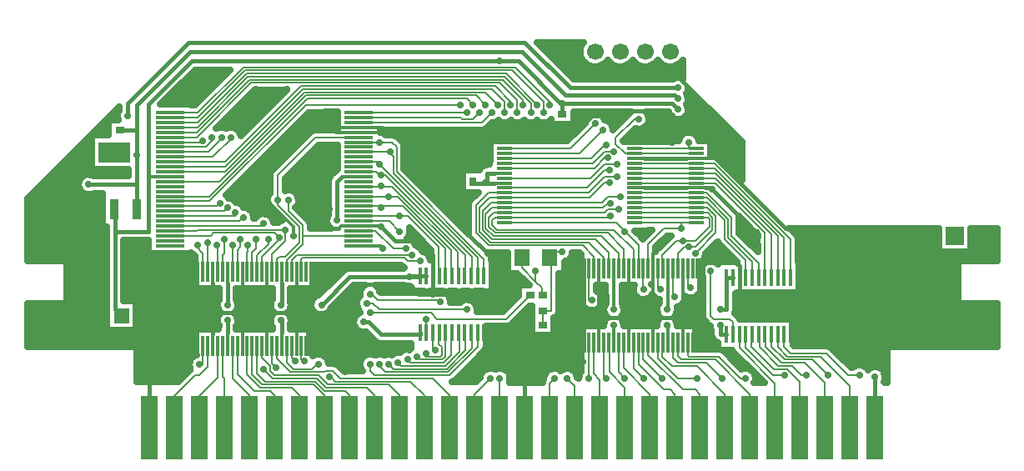
<source format=gbr>
G04 DipTrace 2.4.0.2*
%INTop.gbr*%
%MOIN*%
%ADD13C,0.0059*%
%ADD14C,0.0157*%
%ADD15C,0.0118*%
%ADD17C,0.025*%
%ADD19R,0.0748X0.0748*%
%ADD20C,0.0669*%
%ADD21R,0.0787X0.1575*%
%ADD22R,0.0354X0.0276*%
%ADD23R,0.063X0.063*%
%ADD24C,0.063*%
%ADD25R,0.0276X0.0354*%
%ADD26R,0.063X0.0709*%
%ADD27R,0.0709X0.2559*%
%ADD29R,0.063X0.0118*%
%ADD31R,0.0374X0.0846*%
%ADD32R,0.128X0.0846*%
%ADD33R,0.1181X0.0118*%
%ADD35R,0.0118X0.0787*%
%ADD36R,0.0157X0.0709*%
%ADD37C,0.0276*%
%FSLAX44Y44*%
G04*
G70*
G90*
G75*
G01*
%LNTop*%
%LPD*%
X7780Y14126D2*
D14*
X7812D1*
Y13250D1*
Y10125D1*
X8062Y9875D1*
X32002Y10125D2*
X32252D1*
Y11409D1*
X32508D1*
X16063Y10313D2*
X17188Y11438D1*
X19564D1*
X19968D1*
X20001Y11471D1*
X19564Y11438D2*
X19597Y11471D1*
X20257D1*
X16688Y13688D2*
Y15251D1*
X16878Y15440D1*
D15*
X17559D1*
X18501Y12563D2*
D14*
Y12625D1*
D15*
X18442Y12685D1*
X17559D1*
X10000Y15440D2*
X9152D1*
D14*
Y13250D1*
X7812D1*
X14471Y11640D2*
D15*
Y11167D1*
D14*
Y10346D1*
X14438Y10313D1*
X12306Y11640D2*
D15*
Y11167D1*
D14*
X12313D1*
Y10313D1*
X29911Y11765D2*
D15*
Y10159D1*
D14*
X29877Y10125D1*
X27745Y11765D2*
D15*
X27752Y10125D1*
X23377Y15185D2*
X22983D1*
D14*
X22689D1*
X22192D1*
X22126Y15251D1*
X23377Y15579D2*
D15*
X22983D1*
D14*
X22689D1*
Y15185D1*
X22626Y15188D2*
X22689Y15185D1*
X9152Y15440D2*
Y18340D1*
X10875Y20064D1*
X23461D1*
X23939D1*
X25627Y18376D1*
X25689D1*
X30065D1*
X30315Y18126D1*
X23189Y20064D2*
X23461D1*
X25689Y17939D2*
Y18376D1*
X8000Y17313D2*
X8686D1*
Y18314D1*
Y16566D1*
Y15126D1*
Y14126D1*
Y15126D2*
X6750D1*
X14471Y8687D2*
D15*
Y9206D1*
D14*
Y9655D1*
X14438Y9688D1*
X12306Y8687D2*
D15*
Y9206D1*
D14*
Y9681D1*
X12313Y9688D1*
X29911Y8813D2*
D15*
Y9466D1*
D14*
X29877Y9500D1*
X27745Y8813D2*
D15*
Y9494D1*
X27752Y9500D1*
X38187Y7437D2*
D14*
Y5400D1*
X38186Y5399D1*
X32002Y9500D2*
Y9125D1*
X32252D1*
X17751Y9625D2*
X17938D1*
X18439Y9125D1*
X20001D1*
Y9188D1*
X8686Y18314D2*
X10811Y20439D1*
X24064D1*
X25814Y18689D1*
X30190D1*
X30315Y18564D1*
X8688Y16313D2*
X8686Y16566D1*
X8312Y17876D2*
Y18376D1*
X10750Y20814D1*
X24189D1*
X26002Y19001D1*
X30315D1*
X26186Y5399D2*
D13*
Y7065D1*
X25877Y7375D1*
X14274Y11640D2*
Y12149D1*
X14376Y12250D1*
X14626D1*
X15188Y12813D1*
Y13438D1*
X14313Y14313D1*
Y14501D1*
Y15501D1*
X15813Y17001D1*
X17544D1*
X17559Y17015D1*
X14313Y14501D2*
D3*
X21186Y5399D2*
Y6690D1*
X20501Y7375D1*
X16813D1*
X16501Y7687D1*
X16251D1*
X16188Y7625D1*
X14813D1*
X14274Y8164D1*
Y8687D1*
X11912Y11640D2*
Y12651D1*
X11875Y12688D1*
X10000Y16425D2*
X11549D1*
X12125Y17001D1*
X12063D1*
X11186Y5399D2*
Y6686D1*
X11912Y7412D1*
Y8687D1*
X11518Y11640D2*
Y12813D1*
X11500D1*
X10000Y16622D2*
X11434D1*
X11688Y16876D1*
Y17001D1*
X10186Y5399D2*
Y6686D1*
X11000Y7500D1*
X11188D1*
X11518Y7831D1*
Y8687D1*
X11322Y11640D2*
Y12367D1*
X11063Y12625D1*
Y12688D1*
X11125D1*
X10000Y16818D2*
X11255D1*
X11313Y16876D1*
X11188Y7937D2*
X11322D1*
Y8687D1*
X14668Y11640D2*
Y12105D1*
X15313Y12750D1*
Y13063D1*
X17544D1*
X17559Y13078D1*
X15313Y13063D2*
Y13501D1*
X14751Y14063D1*
Y14501D1*
X14865Y8687D2*
Y8198D1*
X15001Y8062D1*
X14865Y11640D2*
Y12115D1*
X15063Y12313D1*
X19689D1*
X10000Y17015D2*
X11077D1*
X13250Y19189D1*
X23189D1*
X23877Y18501D1*
Y18001D1*
X15259Y8687D2*
Y8125D1*
X15313D1*
X15376Y8062D1*
X15259Y11640D2*
Y12133D1*
X15313Y12188D1*
X19376D1*
X19501Y12063D1*
X20001D1*
X10000Y17212D2*
X11086D1*
X13188Y19314D1*
X23314D1*
X24127Y18501D1*
Y18314D1*
X10000Y17409D2*
X11096D1*
X13125Y19439D1*
X23377D1*
X24439Y18376D1*
Y18001D1*
X20186Y5399D2*
Y6690D1*
X19626Y7250D1*
X16626D1*
X16438Y7437D1*
X16376D1*
X15938Y7937D2*
X15876D1*
X15688Y7750D1*
X14938D1*
X14668Y8020D1*
Y8687D1*
X10000Y17606D2*
X11105D1*
X13063Y19564D1*
X23439D1*
X24689Y18314D1*
X17559Y17606D2*
X22481D1*
X22876Y18001D1*
X10000Y14456D2*
X11581D1*
X15438Y18314D1*
X21626D1*
X10000Y14653D2*
X11590D1*
X15501Y18564D1*
X21876D1*
X22126Y18314D1*
X10000Y16031D2*
X12218D1*
X15251Y19064D1*
X23002D1*
X23627Y18439D1*
Y18314D1*
X10000Y15834D2*
X12209D1*
X15313Y18939D1*
X22876D1*
X23377Y18439D1*
Y18001D1*
X10000Y15244D2*
X11993D1*
X15438Y18689D1*
X22251D1*
X22626Y18314D1*
X13684Y11640D2*
Y12246D1*
X14376Y12938D1*
Y13000D1*
X14188Y13188D1*
X11750D1*
X11641Y13078D1*
X10000D1*
Y17803D2*
X11114D1*
X13000Y19689D1*
X23689D1*
X24939Y18439D1*
Y18001D1*
X10000Y18000D2*
X11124D1*
X12938Y19814D1*
X23814D1*
X25189Y18439D1*
Y18314D1*
X17559Y18000D2*
X21876D1*
Y18001D1*
X19186Y5399D2*
Y6689D1*
X18751Y7125D1*
X16313D1*
X15938Y7500D1*
X14188D1*
X14001Y7687D1*
Y7875D1*
X13684Y8192D1*
Y8687D1*
X17559Y17803D2*
X21637D1*
X21689Y17751D1*
X22126D1*
X22376Y18001D1*
X14077Y11640D2*
Y12327D1*
X14626Y12875D1*
Y13313D1*
X11125D1*
X11087Y13275D1*
X10000D1*
X18186Y5399D2*
Y6689D1*
X17876Y7000D1*
X16251D1*
X15876Y7375D1*
X14126D1*
X13751Y7750D1*
X14251Y7812D2*
X14077Y7986D1*
Y8687D1*
X13487Y11640D2*
Y12299D1*
X13938Y12750D1*
Y12938D1*
X10000Y13472D2*
X13659D1*
X13751Y13563D1*
X17186Y5399D2*
Y6689D1*
X17001Y6875D1*
X16188D1*
X15813Y7250D1*
X13813D1*
X13487Y7576D1*
Y8687D1*
X13290Y11640D2*
Y12415D1*
X13438Y12563D1*
Y12938D1*
X10000Y13669D2*
X12794D1*
X12938Y13813D1*
X16186Y5399D2*
Y5756D1*
X16068Y5875D1*
X16187D1*
Y6688D1*
X15751Y7125D1*
X13688D1*
X13290Y7523D1*
Y8687D1*
X13093Y11640D2*
Y12406D1*
X13125Y12438D1*
Y12688D1*
X10000Y13866D2*
X12625D1*
Y14001D1*
X15186Y5399D2*
Y6689D1*
X14876Y7000D1*
X13626D1*
X13093Y7532D1*
Y8687D1*
X12700Y11640D2*
Y12512D1*
X12813Y12625D1*
Y12938D1*
X10000Y14063D2*
X12187D1*
X12313Y14188D1*
X14186Y5399D2*
Y6689D1*
X14001Y6875D1*
X13375D1*
X12700Y7551D1*
Y8687D1*
X12503Y11640D2*
X12500Y12688D1*
X10000Y14259D2*
X11884D1*
X12000Y14376D1*
X13186Y5399D2*
Y6689D1*
X12503Y7373D1*
Y8687D1*
X12109Y11640D2*
Y12296D1*
X12188Y12375D1*
Y12938D1*
X10000Y16228D2*
X11727D1*
X12500Y17001D1*
X12438D1*
X12186Y5399D2*
Y7376D1*
X12109Y7454D1*
Y8687D1*
X17559Y13866D2*
X19189D1*
X19511D1*
X20751Y12625D1*
Y11489D1*
X20769Y11471D1*
X19189Y13876D2*
Y13866D1*
X20513Y9188D2*
X20501D1*
Y8562D1*
X20689D1*
X20626Y8500D1*
X17559Y14259D2*
X18439D1*
X19305D1*
X21001Y12563D1*
Y11495D1*
X21025Y11471D1*
X18439Y14188D2*
Y14259D1*
X20769Y9188D2*
X20751D1*
Y8750D1*
X20876Y8625D1*
Y8312D1*
X20814Y8250D1*
X20251D1*
Y8375D1*
X17559Y14653D2*
X18751D1*
X19099D1*
X21251Y12500D1*
Y11500D1*
X21281Y11471D1*
X18753Y14642D2*
Y14653D1*
X21025Y9188D2*
X21001D1*
Y8250D1*
X20876Y8125D1*
X20001D1*
X19876Y8250D1*
X17559Y15047D2*
X18439D1*
X18892D1*
X21501Y12438D1*
Y11436D1*
X21537Y11471D1*
X18439Y15063D2*
Y15047D1*
X21281Y9188D2*
X21251D1*
Y8312D1*
X20939Y8000D1*
X19626D1*
X19501Y8125D1*
X18439Y15501D2*
X18376D1*
X18239Y15637D1*
X17559D1*
X18439Y15501D2*
X18626D1*
X21814Y12313D1*
Y11492D1*
X21793Y11471D1*
X21537Y9188D2*
X21564D1*
Y8437D1*
X21001Y7875D1*
X19251D1*
X19126Y8000D1*
X17559Y16031D2*
X18376D1*
X18283D1*
X22064Y12250D1*
Y11456D1*
X22048Y11471D1*
X18376Y15938D2*
Y16031D1*
X21793Y9188D2*
X21814D1*
Y8500D1*
X21064Y7750D1*
X18939D1*
X18751Y7937D1*
X17559Y16425D2*
X18765D1*
X18939Y16251D1*
Y15563D1*
X22314Y12188D1*
Y11481D1*
X22304Y11471D1*
X18814Y16438D2*
X18800Y16425D1*
X18765D1*
X22048Y9188D2*
X22064D1*
Y8562D1*
X21126Y7625D1*
X18626D1*
X18376Y7875D1*
Y7937D1*
X17559Y16818D2*
X18871D1*
X19064Y16626D1*
Y15626D1*
X22560Y12129D1*
Y11471D1*
X18376Y16813D2*
X18871Y16818D1*
X22304Y9188D2*
X22314D1*
Y8625D1*
X21189Y7500D1*
X18189D1*
X18001Y7687D1*
Y7937D1*
X22186Y5399D2*
Y6747D1*
X22814Y7375D1*
X17559Y13275D2*
X18226D1*
X18939Y12563D1*
X19439D1*
X17559Y13669D2*
X18770D1*
X19189Y13250D1*
X20257Y9188D2*
Y9744D1*
X20251Y9750D1*
X10000Y15637D2*
X12199D1*
X15376Y18814D1*
X22626D1*
X23127Y18314D1*
X15652Y11640D2*
D15*
Y10000D1*
X16501D1*
D14*
X17220Y10719D1*
X17626Y11125D1*
X19564D1*
X19939Y10750D1*
X20513D1*
X21376D1*
X22816D1*
Y11471D1*
X15652Y10000D2*
X15062D1*
X13881D1*
X12896D1*
X11125D1*
Y10250D1*
X9186D1*
Y5399D1*
X12896Y11640D2*
D15*
Y10000D1*
Y8687D2*
Y10000D1*
X11125Y11640D2*
Y10250D1*
Y8687D2*
Y10000D1*
X6875Y14126D2*
D14*
Y10063D1*
X7062Y9875D1*
X24400Y10063D2*
X24377D1*
Y9500D1*
Y9188D1*
Y8500D1*
X24186Y8310D1*
Y5399D1*
X30895Y8813D2*
D13*
X31092D1*
X28336Y11765D2*
D15*
Y9813D1*
Y8813D1*
X30501Y11765D2*
Y10500D1*
Y9813D1*
Y8813D1*
X13881Y8687D2*
Y10000D1*
X15062Y8687D2*
Y10000D1*
X29320Y11765D2*
Y11125D1*
Y9813D1*
Y8813D1*
X15062Y11640D2*
Y10000D1*
X24400Y9500D2*
D14*
X24377D1*
X26564Y11765D2*
D15*
Y9875D1*
Y9813D1*
Y8813D1*
X22560Y9188D2*
D14*
X22816D1*
X32764Y11409D2*
Y10313D1*
X34812D1*
X35067D1*
Y11409D1*
X34812Y9125D2*
Y10313D1*
X35067D2*
Y9125D1*
X15652Y8687D2*
D15*
X15455D1*
X13881Y11640D2*
Y10000D1*
X20513Y11471D2*
D14*
Y10750D1*
X18439Y13438D2*
X18405Y13472D1*
D15*
X17559D1*
X20513Y10762D2*
D14*
X20501Y10750D1*
X17559Y17409D2*
D15*
X18501D1*
Y17313D1*
Y17212D1*
X17559D1*
X22816Y9188D2*
D14*
X24377D1*
X27155Y11765D2*
D15*
Y9813D1*
Y8813D1*
X24377Y8500D2*
D14*
X25189D1*
X26564Y9875D1*
Y9813D2*
X27155D1*
X28336D1*
X29320D1*
X30501D1*
X31034Y14989D2*
D15*
X30640D1*
D14*
X28967D1*
D15*
X28573D1*
X31034Y16170D2*
X30640D1*
D14*
X28967D1*
D15*
X28573D1*
X31034Y14989D2*
X31428D1*
D14*
X31640D1*
X31690Y14938D1*
X26564Y11765D2*
D15*
X26427D1*
D14*
X26392D1*
X26314Y11688D1*
X22816Y11471D2*
Y12128D1*
X22876Y12188D1*
X18501Y17313D2*
X19689D1*
X19939Y17063D1*
X31690Y16251D2*
D15*
Y16170D1*
X31034D1*
X37363Y12543D2*
D14*
X36585D1*
X36565Y12563D1*
X37363Y12543D2*
X38108D1*
X38128Y12563D1*
X17559Y13472D2*
D15*
X16847D1*
X16751Y13375D1*
D14*
X15751D1*
X18439Y13438D2*
X19001Y12875D1*
X19939D1*
X20501Y12313D1*
Y11483D1*
X20513Y11471D1*
X27127Y9813D2*
D15*
X27155D1*
X22876Y12188D2*
D14*
X21814Y13250D1*
Y14313D1*
X21564Y14563D1*
Y15563D1*
X30627Y10500D2*
D15*
X30501D1*
X29252Y11125D2*
X29320D1*
X30065Y16813D2*
D14*
X28127D1*
Y16876D1*
X11715Y11640D2*
D15*
Y11167D1*
D14*
Y10500D1*
Y9403D1*
X11688Y9375D1*
X29320Y11765D2*
D15*
Y12381D1*
D14*
X29940Y13000D1*
X11715Y8687D2*
D15*
Y9159D1*
D14*
Y9410D1*
X11688Y9383D2*
Y9375D1*
X21376Y10813D2*
Y10750D1*
X21564Y16876D2*
X25877D1*
X26877Y17876D1*
X28190D1*
X28377Y18063D1*
X29065D1*
X29252Y17876D1*
Y17251D1*
X28877Y16876D1*
X28127D1*
X30440Y19751D2*
Y19314D1*
X30752Y19001D1*
Y17813D1*
X30565Y17626D1*
X30315D1*
X30065Y17876D1*
X32764Y11409D2*
Y11864D1*
X32628Y12000D1*
X31440D1*
X31315Y11875D1*
Y11438D1*
X31690Y16251D2*
X31752D1*
X34628Y13375D1*
X34753D1*
X17559Y17409D2*
D15*
X16447D1*
X15346D1*
X13688Y15751D1*
Y14688D1*
X14938Y13438D1*
Y13063D1*
X31690Y14938D2*
D14*
X33315Y13313D1*
Y13070D1*
X33308Y13063D1*
X17063Y10563D2*
X17220Y10719D1*
X11688Y10500D2*
X11715D1*
X17559Y17212D2*
D15*
X16644D1*
X16447Y17409D1*
X23186Y5399D2*
D13*
X23189Y7375D1*
X24911Y10688D2*
X24877D1*
Y11000D1*
X24627Y11250D1*
X24087Y11790D1*
Y12188D1*
X24627Y11675D2*
Y11250D1*
X18001Y10000D2*
X20439D1*
X20689Y9750D1*
X23439D1*
X24400Y10711D1*
Y10688D1*
X26761Y11765D2*
X26752D1*
Y10500D1*
X26877D1*
X26752Y7375D2*
Y8822D1*
X26761Y8813D1*
X25186Y5399D2*
Y7185D1*
X25377Y7375D1*
X31034Y16563D2*
X30704D1*
X28573D1*
X31614Y11661D2*
Y9864D1*
X31732Y9746D1*
X32390D1*
X32508Y9628D1*
Y9125D1*
X30752Y16813D2*
Y16612D1*
X30704Y16563D1*
X23377Y15776D2*
X26965D1*
X27377Y16188D1*
X27502D1*
X31034Y14004D2*
X31499D1*
X31690Y13813D1*
Y13313D1*
X31002Y12625D1*
X30565D1*
X30315Y12375D1*
Y11776D1*
X30305Y11765D1*
X31034Y14004D2*
X28573D1*
X30752Y12625D2*
X31002D1*
X33186Y5399D2*
Y6753D1*
X31815Y8125D1*
X30440D1*
X30305Y8260D1*
Y8813D1*
X29690Y7375D2*
X28927Y8138D1*
Y8813D1*
Y11765D2*
Y10951D1*
X28940Y10938D1*
X23377Y16563D2*
X26002D1*
X27002Y17563D1*
X31065Y7375D2*
X30315D1*
X29517Y8173D1*
Y8813D1*
Y11765D2*
Y11048D1*
X29627Y10938D1*
X23377Y16366D2*
X26368D1*
X27314Y17313D1*
X32065Y7375D2*
X31440Y8000D1*
X30315D1*
X30108Y8207D1*
Y8813D1*
Y11765D2*
Y10707D1*
X30190Y10625D1*
X23377Y16170D2*
X26858D1*
X27377Y16688D1*
X27439D1*
X31034Y13807D2*
X31508D1*
X31565Y13751D1*
Y13438D1*
X31002Y12875D1*
X30627D1*
X30252D1*
X29690Y12313D1*
Y11790D1*
X29714Y11765D1*
X31034Y13807D2*
X28573D1*
X30502Y12875D2*
X30627D1*
X33003Y7375D2*
X32815D1*
X31940Y8250D1*
X30752D1*
X30698Y8304D1*
Y8813D1*
Y11765D2*
Y11117D1*
X30815Y11000D1*
X23377Y15973D2*
X26911D1*
X27377Y16438D1*
X27752D1*
X23377Y15382D2*
X26821D1*
X27377Y15938D1*
X27877D1*
X23377Y14989D2*
X26677D1*
X27377Y15688D1*
X27564D1*
X32186Y5399D2*
Y6753D1*
X31065Y7875D1*
X30065D1*
X29690Y8250D1*
Y8813D1*
X29714D1*
X31034Y16366D2*
X28573D1*
X28199D1*
X27815Y16751D1*
Y17001D1*
X28565Y17751D1*
X28752D1*
X28573Y14201D2*
X31034D1*
X31002Y12375D2*
X31815Y13188D1*
Y13876D1*
X31489Y14201D1*
X31034D1*
Y13611D2*
X30440D1*
Y13375D1*
X29752D1*
X29127Y12750D1*
Y11769D1*
X29123Y11765D1*
X31034Y13611D2*
X28573D1*
X30440Y13375D2*
D3*
X31186Y5399D2*
Y6753D1*
X30998Y6942D1*
X30498D1*
X29123Y8316D1*
Y8813D1*
X28730Y11765D2*
Y12710D1*
X28377Y13063D1*
X27829Y13611D1*
X23377D1*
X28190Y13250D2*
X28377Y13063D1*
X30186Y5399D2*
Y6753D1*
X30002Y6937D1*
X29752D1*
X28752Y7937D1*
Y8813D1*
X28730D1*
X28139Y11765D2*
Y12551D1*
X27502Y13188D1*
X23002D1*
X22751Y13438D1*
Y13813D1*
X22943Y14004D1*
X23377D1*
X27381D1*
X27502Y14126D1*
X27940D1*
X29186Y5399D2*
Y6753D1*
X28139Y7800D1*
Y8813D1*
X27549Y11765D2*
Y12391D1*
X27002Y12938D1*
X22876D1*
X22501Y13313D1*
Y14063D1*
X22836Y14398D1*
X23377D1*
X27274D1*
X27502Y14626D1*
X28002D1*
X28186Y5399D2*
Y7003D1*
X27564Y7625D1*
Y8813D1*
X27549D1*
X26958Y11765D2*
Y12232D1*
X26502Y12688D1*
X22751D1*
X22251Y13188D1*
Y14313D1*
X22751Y14813D1*
X23398D1*
X23377Y14792D1*
X26730D1*
X27377Y15438D1*
X27877D1*
X27186Y5399D2*
Y7315D1*
X26939Y7562D1*
Y8813D1*
X26958D1*
X27352Y11765D2*
Y12213D1*
X26752Y12813D1*
X22814D1*
X22376Y13250D1*
Y14188D1*
X22783Y14595D1*
X23377D1*
X26784D1*
X27377Y15188D1*
X27564D1*
X27439Y7375D2*
X27352D1*
Y8813D1*
X27942Y11765D2*
Y12373D1*
X27252Y13063D1*
X22939D1*
X22626Y13375D1*
Y13938D1*
X22890Y14201D1*
X23377D1*
X27328D1*
X27502Y14376D1*
X27627D1*
X28190Y7375D2*
X27942Y7622D1*
Y8813D1*
X28533Y11765D2*
Y12532D1*
X27752Y13313D1*
X23064D1*
X22876Y13501D1*
Y13688D1*
X22996Y13807D1*
X23377D1*
X27559D1*
X27627Y13876D1*
X28940Y7375D2*
X28533Y7782D1*
Y8813D1*
X31034Y14398D2*
X31480D1*
X32190Y13688D1*
Y12938D1*
X33020Y12108D1*
Y11409D1*
X31034Y14398D2*
X28573D1*
X32764Y9125D2*
Y8613D1*
X34190Y7187D1*
Y5403D1*
X34186Y5399D1*
X31034Y14792D2*
X31461D1*
X32440Y13813D1*
Y13063D1*
X33532Y11971D1*
Y11409D1*
X31034Y14792D2*
X28573D1*
X33276Y9125D2*
X33253D1*
Y8625D1*
X34131Y7746D1*
X34694D1*
X35186Y7254D1*
Y5399D1*
X31034Y15382D2*
X31808D1*
X34044Y13147D1*
Y11409D1*
X31034Y15382D2*
X28573D1*
X33788Y9125D2*
X33815D1*
Y8625D1*
X34440Y8000D1*
X35378D1*
X36186Y7191D1*
Y5399D1*
X31034Y15776D2*
X31790D1*
X34556Y13010D1*
Y11409D1*
X31034Y15776D2*
X28573D1*
X37186Y5399D2*
Y7066D1*
X36003Y8250D1*
X34690D1*
X34300Y8640D1*
Y9125D1*
X31034Y15973D2*
X31780D1*
X34812Y12942D1*
Y11409D1*
X31034Y15973D2*
X28573D1*
X37566Y7500D2*
X37128D1*
X36253Y8375D1*
X34815D1*
X34556Y8635D1*
Y9125D1*
X31034Y15579D2*
X31799D1*
X34300Y13078D1*
Y11409D1*
X31034Y15579D2*
X28573D1*
X34044Y9125D2*
Y8646D1*
X34565Y8125D1*
X35690D1*
X36315Y7500D1*
X31034Y15185D2*
X31818D1*
X33788Y13215D1*
Y11409D1*
X31034Y15185D2*
X28573D1*
X33532Y9125D2*
X33565D1*
Y8625D1*
X34315Y7875D1*
X34878D1*
X35253Y7500D1*
X35440D1*
X31034Y14595D2*
X31471D1*
X32315Y13751D1*
Y13000D1*
X33276Y12039D1*
Y11409D1*
X31034Y14595D2*
X28573D1*
X33020Y9125D2*
Y8607D1*
X34128Y7500D1*
X34565D1*
X24911Y10063D2*
Y10090D1*
X24939Y10063D1*
X25252D1*
Y12188D1*
X25189D1*
Y12438D1*
X25689D1*
X24911Y9500D2*
Y10063D1*
X18001Y10750D2*
X18063D1*
X18314Y10500D1*
X20751D1*
X20814Y10438D1*
X17876Y10375D2*
X18126D1*
X18376Y10125D1*
X21876D1*
D37*
X25689Y12438D3*
X11188Y7937D3*
X38187Y7437D3*
X6750Y15126D3*
X12313Y10313D3*
X14438D3*
X12313Y9688D3*
X14438D3*
X27752Y9500D3*
Y10125D3*
X29877D3*
Y9500D3*
X27439Y7375D3*
X28190D3*
X28940D3*
X19876Y8250D3*
X19439Y12563D3*
X14751Y14501D3*
X18001Y10750D3*
X19189Y13250D3*
X19689Y12313D3*
X25689Y18376D3*
X21876Y10125D3*
X17876Y10375D3*
X20814Y10438D3*
X19189Y13876D3*
X18439Y14188D3*
X18753Y14642D3*
X18439Y15063D3*
Y15501D3*
X18376Y15938D3*
X11500Y12813D3*
X11875Y12688D3*
X12188Y12938D3*
X12500Y12688D3*
X12313Y14188D3*
X13125Y12688D3*
X13438Y12938D3*
X13938D3*
X14376Y13000D3*
X14626Y13313D3*
X20501Y10750D3*
X13751Y13563D3*
X12938Y13813D3*
X12813Y12938D3*
X11125Y12688D3*
X12625Y14001D3*
X12000Y14376D3*
X12438Y17001D3*
X12063D3*
X11688D3*
X11313Y16876D3*
X16063Y10313D3*
X17751Y9625D3*
X16376Y7437D3*
X15938Y7937D3*
X18814Y16438D3*
X32002Y9500D3*
X34565Y7500D3*
X35440D3*
X36315D3*
X37566D3*
X18376Y16813D3*
X23877Y18001D3*
X24127Y18314D3*
X14313Y14501D3*
X26877Y10500D3*
X28940Y10938D3*
X13751Y7750D3*
X14251Y7812D3*
X20251Y9750D3*
X15001Y14188D3*
X8312Y17876D3*
X20001Y12063D3*
X19564Y11438D3*
X16688Y13688D3*
X29627Y10938D3*
X30190Y10625D3*
X24627Y11675D3*
X30815Y11000D3*
X31002Y12375D3*
X30752Y12625D3*
X30502Y12875D3*
X30440Y13375D3*
X28190Y13250D3*
X18501Y12563D3*
X26503Y8033D3*
X26752Y7375D3*
X29690D3*
X31065D3*
X32065D3*
X33003D3*
X21626Y18314D3*
X22126D3*
X22626D3*
X27627Y13876D3*
X27940Y14126D3*
X27627Y14376D3*
X28002Y14626D3*
X27564Y15188D3*
X27877Y15438D3*
X18001Y10000D3*
X15001Y8062D3*
X15376D3*
X24689Y18314D3*
X24439Y18001D3*
X27564Y15688D3*
X27877Y15938D3*
X24939Y18001D3*
X25189Y18314D3*
X27502Y16188D3*
X27752Y16438D3*
X27439Y16688D3*
X23377Y18001D3*
X23627Y18314D3*
X23127D3*
X8688Y16313D3*
X27314Y17313D3*
X32002Y10125D3*
X27002Y17563D3*
X31690Y14938D3*
X10375Y18439D3*
X28752Y17751D3*
X29940Y13000D3*
X26314Y11688D3*
X22814Y7375D3*
X23189D3*
X25377D3*
X25877D3*
X22626Y15188D3*
X21564Y15563D3*
X21376Y10813D3*
X22876Y12188D3*
X19939Y17063D3*
X21564Y16876D3*
X23627Y10375D3*
X43004Y8688D3*
X31690Y16251D3*
X36565Y12563D3*
X38128D3*
X19501Y10875D3*
X23189Y20064D3*
X30315Y18126D3*
Y18564D3*
Y19001D3*
X15751Y13375D3*
X21376Y7250D3*
X21939Y7625D3*
X22376Y18001D3*
X22876D3*
X21876D3*
X35190Y8875D3*
X37316Y7937D3*
X32725Y8090D3*
X31287Y8834D3*
X27127Y9813D3*
X25803Y9919D3*
X17938Y8437D3*
X30065Y16813D3*
X15938Y8375D3*
X18439Y13438D3*
X17001Y7625D3*
X17126Y9125D3*
X15688Y9375D3*
X11688D3*
X9750Y7375D3*
X8750D3*
X17063Y10563D3*
X13375Y10500D3*
X15251D3*
X7187Y13375D3*
X31315Y11438D3*
X30627Y10500D3*
X29252Y11125D3*
X28127Y16876D3*
X11438Y19501D3*
X16376Y14126D3*
X9750Y12125D3*
X13375Y9375D3*
X13438Y18939D3*
X28815Y13125D3*
X23689Y7375D3*
X24439D3*
X4375Y14563D3*
Y8688D3*
X6500D3*
X6562Y16688D3*
X30440Y19751D3*
X40316Y12875D3*
X30065Y17876D3*
X43004Y13313D3*
X7937Y18063D3*
X34753Y13375D3*
X8750Y8312D3*
X9625Y9375D3*
X11063Y8312D3*
X11688Y10500D3*
X29002Y19376D3*
X29752D3*
X31752Y12688D3*
X8250Y12813D3*
X10438Y7375D3*
X38628Y7250D3*
X4375Y10313D3*
Y12125D3*
X43004D3*
Y10313D3*
X14938Y13063D3*
X14688Y18939D3*
X32753Y9938D3*
X19501Y8125D3*
X19126Y8000D3*
X18751Y7937D3*
X18376D3*
X18001D3*
X20626Y8500D3*
X20251Y8375D3*
X31614Y11661D3*
X30752Y16813D3*
X24948Y20565D2*
D17*
X26391D1*
X25198Y20316D2*
X26391D1*
X25444Y20068D2*
X26508D1*
X25694Y19819D2*
X30476D1*
X10894Y19570D2*
X12254D1*
X25944D2*
X30476D1*
X10644Y19322D2*
X12004D1*
X10394Y19073D2*
X11758D1*
X10148Y18824D2*
X11508D1*
X13327D2*
X14570D1*
X30702D2*
X30851D1*
X9898Y18576D2*
X11258D1*
X13077D2*
X14320D1*
X30741D2*
X31101D1*
X9648Y18327D2*
X11012D1*
X12831D2*
X14074D1*
X30691D2*
X31351D1*
X12581Y18078D2*
X13824D1*
X30741D2*
X31598D1*
X7593Y17830D2*
X7887D1*
X12331D2*
X13574D1*
X15394D2*
X16680D1*
X26155D2*
X26676D1*
X27327D2*
X28203D1*
X29171D2*
X30016D1*
X30612D2*
X31848D1*
X7343Y17581D2*
X7533D1*
X12085D2*
X13328D1*
X15148D2*
X16680D1*
X22898D2*
X25223D1*
X26155D2*
X26574D1*
X27640D2*
X27953D1*
X29144D2*
X32098D1*
X7097Y17332D2*
X7531D1*
X12691D2*
X13078D1*
X14898D2*
X16680D1*
X22616D2*
X26328D1*
X28585D2*
X32344D1*
X14648Y17083D2*
X15453D1*
X19023D2*
X26082D1*
X28339D2*
X30430D1*
X31077D2*
X32594D1*
X6597Y16835D2*
X6851D1*
X14401D2*
X15207D1*
X19296D2*
X22773D1*
X31640D2*
X32844D1*
X6351Y16586D2*
X6851D1*
X14151D2*
X14957D1*
X15839D2*
X16680D1*
X19382D2*
X22773D1*
X31640D2*
X32851D1*
X6101Y16337D2*
X6851D1*
X13901D2*
X14707D1*
X15593D2*
X16680D1*
X19382D2*
X22773D1*
X31640D2*
X32851D1*
X5851Y16089D2*
X6851D1*
X13655D2*
X14461D1*
X15343D2*
X16680D1*
X19382D2*
X22773D1*
X32105D2*
X32851D1*
X5605Y15840D2*
X6851D1*
X13405D2*
X14211D1*
X15093D2*
X16680D1*
X19382D2*
X22441D1*
X32355D2*
X32851D1*
X5355Y15591D2*
X8316D1*
X13155D2*
X14008D1*
X14847D2*
X16519D1*
X19538D2*
X21699D1*
X32605D2*
X32851D1*
X5105Y15343D2*
X6387D1*
X12909D2*
X13992D1*
X14632D2*
X16332D1*
X19788D2*
X21699D1*
X4859Y15094D2*
X6324D1*
X12659D2*
X13992D1*
X14632D2*
X16320D1*
X20038D2*
X21699D1*
X4609Y14845D2*
X6437D1*
X12409D2*
X13992D1*
X14984D2*
X16320D1*
X20284D2*
X21699D1*
X4359Y14597D2*
X7305D1*
X12362D2*
X13898D1*
X15167D2*
X16320D1*
X20534D2*
X22094D1*
X4337Y14348D2*
X7305D1*
X12855D2*
X13914D1*
X15148D2*
X16320D1*
X20784D2*
X21934D1*
X4337Y14099D2*
X7305D1*
X13245D2*
X14086D1*
X15155D2*
X16320D1*
X21030D2*
X21934D1*
X4337Y13851D2*
X7305D1*
X14058D2*
X14336D1*
X15405D2*
X16297D1*
X21280D2*
X21934D1*
X4337Y13602D2*
X7305D1*
X15616D2*
X16269D1*
X21530D2*
X21934D1*
X32761D2*
X32961D1*
X4337Y13353D2*
X7445D1*
X21776D2*
X21934D1*
X32761D2*
X33207D1*
X34843D2*
X40715D1*
X42042D2*
X43043D1*
X4337Y13104D2*
X7445D1*
X19589D2*
X19832D1*
X28776D2*
X29039D1*
X32839D2*
X33457D1*
X35081D2*
X40715D1*
X42042D2*
X43043D1*
X4337Y12856D2*
X7445D1*
X8183D2*
X9121D1*
X19741D2*
X20078D1*
X33089D2*
X33469D1*
X35132D2*
X40715D1*
X42042D2*
X43043D1*
X4337Y12607D2*
X7445D1*
X8183D2*
X9121D1*
X19987D2*
X20328D1*
X31675D2*
X32078D1*
X33339D2*
X33471D1*
X35132D2*
X40715D1*
X42042D2*
X43043D1*
X4337Y12358D2*
X7445D1*
X8183D2*
X10867D1*
X20300D2*
X20434D1*
X22773D2*
X23480D1*
X26109D2*
X26391D1*
X31429D2*
X32328D1*
X35132D2*
X43043D1*
X4337Y12110D2*
X7445D1*
X8183D2*
X10973D1*
X22878D2*
X23480D1*
X25948D2*
X26414D1*
X31331D2*
X32578D1*
X35132D2*
X43043D1*
X5901Y11861D2*
X7445D1*
X8183D2*
X10973D1*
X15804D2*
X19262D1*
X22929D2*
X23480D1*
X25792D2*
X26414D1*
X35179D2*
X41480D1*
X5901Y11612D2*
X7445D1*
X8183D2*
X10973D1*
X15804D2*
X16851D1*
X22929D2*
X23480D1*
X25792D2*
X26414D1*
X35179D2*
X41480D1*
X5901Y11364D2*
X7445D1*
X8183D2*
X10973D1*
X15804D2*
X16601D1*
X22929D2*
X24070D1*
X25569D2*
X26414D1*
X35179D2*
X41480D1*
X5901Y11115D2*
X7445D1*
X8183D2*
X10973D1*
X15804D2*
X16355D1*
X22929D2*
X24320D1*
X25569D2*
X26414D1*
X35179D2*
X41480D1*
X5901Y10866D2*
X7445D1*
X8183D2*
X11945D1*
X12683D2*
X14101D1*
X14839D2*
X16105D1*
X17128D2*
X17590D1*
X18413D2*
X19633D1*
X22929D2*
X23934D1*
X25569D2*
X26434D1*
X27069D2*
X27398D1*
X28097D2*
X28519D1*
X35179D2*
X41480D1*
X5901Y10618D2*
X7445D1*
X8183D2*
X11945D1*
X12683D2*
X14101D1*
X14839D2*
X15777D1*
X16878D2*
X17531D1*
X21198D2*
X23867D1*
X25569D2*
X26434D1*
X28101D2*
X28672D1*
X29210D2*
X29359D1*
X30964D2*
X31293D1*
X32620D2*
X41480D1*
X4337Y10369D2*
X7445D1*
X8667D2*
X11891D1*
X12737D2*
X14016D1*
X14862D2*
X15641D1*
X16632D2*
X17449D1*
X22222D2*
X23617D1*
X25569D2*
X26465D1*
X28101D2*
X29531D1*
X30526D2*
X31293D1*
X32620D2*
X43043D1*
X4337Y10120D2*
X7445D1*
X8667D2*
X11934D1*
X12691D2*
X14059D1*
X14816D2*
X15684D1*
X16441D2*
X17539D1*
X22304D2*
X23367D1*
X24249D2*
X24445D1*
X25569D2*
X26719D1*
X27034D2*
X27324D1*
X28179D2*
X29449D1*
X30304D2*
X31293D1*
X32620D2*
X43043D1*
X4337Y9872D2*
X7457D1*
X8667D2*
X11930D1*
X12694D2*
X14055D1*
X14819D2*
X17406D1*
X24003D2*
X24445D1*
X25499D2*
X27414D1*
X28089D2*
X29539D1*
X30214D2*
X31293D1*
X32706D2*
X43043D1*
X4337Y9623D2*
X7457D1*
X8667D2*
X11891D1*
X12734D2*
X14016D1*
X14859D2*
X17324D1*
X23753D2*
X24445D1*
X25378D2*
X27344D1*
X28159D2*
X29469D1*
X30284D2*
X31414D1*
X34925D2*
X43043D1*
X4337Y9374D2*
X7457D1*
X8667D2*
X11937D1*
X12675D2*
X14101D1*
X14839D2*
X17410D1*
X22671D2*
X24445D1*
X25378D2*
X26414D1*
X31046D2*
X31594D1*
X34925D2*
X43043D1*
X4337Y9125D2*
X10973D1*
X15609D2*
X17926D1*
X22671D2*
X24445D1*
X25378D2*
X26414D1*
X31046D2*
X31633D1*
X34925D2*
X43043D1*
X4337Y8877D2*
X10973D1*
X15609D2*
X18176D1*
X22671D2*
X26414D1*
X31046D2*
X31738D1*
X34925D2*
X43043D1*
X4337Y8628D2*
X10973D1*
X15609D2*
X19633D1*
X22671D2*
X26414D1*
X31046D2*
X31883D1*
X36429D2*
X43043D1*
X8714Y8379D2*
X10973D1*
X15648D2*
X18965D1*
X22511D2*
X26414D1*
X32253D2*
X32559D1*
X36691D2*
X38664D1*
X8714Y8131D2*
X10809D1*
X16316D2*
X17621D1*
X22261D2*
X26434D1*
X32499D2*
X32805D1*
X36937D2*
X38664D1*
X8714Y7882D2*
X10766D1*
X16749D2*
X17578D1*
X22011D2*
X26434D1*
X32749D2*
X33055D1*
X37187D2*
X37414D1*
X37718D2*
X38664D1*
X8714Y7633D2*
X10691D1*
X21765D2*
X22480D1*
X23523D2*
X25043D1*
X26210D2*
X26418D1*
X8714Y7385D2*
X10445D1*
X21515D2*
X22383D1*
X23616D2*
X24945D1*
X42017Y13378D2*
Y12424D1*
X40740D1*
Y13373D1*
X39066Y13376D1*
X34797D1*
X35020Y13150D1*
X35088Y13042D1*
X35106Y12942D1*
Y12032D1*
X35155Y12028D1*
Y10789D1*
X34468Y10793D1*
X34518Y10789D1*
X33956Y10793D1*
X34007Y10789D1*
X33444Y10793D1*
X33495Y10789D1*
X32932Y10793D1*
X32989Y10789D1*
X32677Y10793D1*
X32727Y10789D1*
X32596Y10784D1*
Y10125D1*
X32573Y9977D1*
X32717Y9836D1*
X32780Y9741D1*
X32852Y9744D1*
X33364D1*
X33876D1*
X34387D1*
X34899D1*
Y8709D1*
X34940Y8669D1*
X36253D1*
X36377Y8641D1*
X36461Y8583D1*
X37253Y7794D1*
X37288D1*
X37421Y7876D1*
X37543Y7902D1*
X37667Y7890D1*
X37781Y7840D1*
X37875Y7758D1*
X37901Y7715D1*
X37935Y7751D1*
X38043Y7813D1*
X38165Y7839D1*
X38289Y7827D1*
X38403Y7777D1*
X38496Y7695D1*
X38561Y7589D1*
X38590Y7437D1*
X38571Y7314D1*
X38531Y7234D1*
X38563Y7188D1*
X38692D1*
X38691Y8500D1*
X38752Y8605D1*
X38816Y8625D1*
X43066D1*
Y10375D1*
X41628D1*
X41523Y10436D1*
X41503Y10500D1*
Y11938D1*
X41565Y12043D1*
X41628Y12063D1*
X43066D1*
Y13376D1*
X42015D1*
X7683Y17716D2*
X7945D1*
X7910Y17861D1*
X7925Y17984D1*
X7968Y18080D1*
X7969Y18231D1*
X4312Y14574D1*
Y12063D1*
X5750D1*
X5855Y12002D1*
X5875Y11938D1*
Y10500D1*
X5813Y10395D1*
X5750Y10375D1*
X4312D1*
Y8625D1*
X8562D1*
X8668Y8564D1*
X8687Y8500D1*
X8688Y7250D1*
X10332Y7248D1*
X10795Y7710D1*
X10809Y7800D1*
X10785Y7922D1*
X10800Y8046D1*
X10852Y8159D1*
X10935Y8251D1*
X10999Y8288D1*
X10998Y9346D1*
X11646Y9342D1*
X11842Y9346D1*
X11961D1*
X11962Y9491D1*
X11934Y9550D1*
X11910Y9672D1*
X11925Y9796D1*
X11977Y9909D1*
X12058Y9999D1*
X11994Y10066D1*
X11934Y10175D1*
X11910Y10298D1*
X11925Y10421D1*
X11969Y10517D1*
Y10981D1*
X11785Y10985D1*
X11588Y10981D1*
X11194D1*
X10998D1*
Y12275D1*
X10855Y12396D1*
Y12361D1*
X9144D1*
Y12905D1*
X8156Y12907D1*
Y10458D1*
X8642Y10455D1*
Y9295D1*
X7483D1*
X7478Y10046D1*
X7469Y10250D1*
Y13434D1*
X7328Y13437D1*
Y14785D1*
X6963Y14782D1*
X6880Y14745D1*
X6757Y14723D1*
X6634Y14740D1*
X6522Y14794D1*
X6431Y14879D1*
X6371Y14988D1*
X6347Y15111D1*
X6362Y15234D1*
X6414Y15347D1*
X6497Y15440D1*
X6605Y15502D1*
X6727Y15528D1*
X6851Y15515D1*
X6954Y15471D1*
X8340Y15469D1*
X8342Y15723D1*
X7185Y15721D1*
X6876D1*
Y17097D1*
X7559D1*
X7558Y17716D1*
X7683D1*
X26131Y18033D2*
Y17536D1*
X25247D1*
Y17743D1*
X25180Y17678D1*
X25069Y17620D1*
X24947Y17598D1*
X24823Y17615D1*
X24711Y17669D1*
X24691Y17688D1*
X24569Y17620D1*
X24447Y17598D1*
X24323Y17615D1*
X24211Y17669D1*
X24163Y17714D1*
X24117Y17678D1*
X24007Y17620D1*
X23884Y17598D1*
X23761Y17615D1*
X23649Y17669D1*
X23629Y17688D1*
X23507Y17620D1*
X23384Y17598D1*
X23261Y17615D1*
X23149Y17669D1*
X23129Y17688D1*
X23007Y17620D1*
X22888Y17599D1*
X22690Y17398D1*
X22581Y17330D1*
X22481Y17311D1*
X18415D1*
X18410Y17282D1*
X18414Y17210D1*
X18477Y17203D1*
X18591Y17154D1*
X18635Y17115D1*
X18871Y17113D1*
X18993Y17086D1*
X19079Y17027D1*
X19272Y16834D1*
X19340Y16726D1*
X19358Y16626D1*
X19360Y15746D1*
X21959Y13146D1*
X21957Y14313D1*
X21985Y14437D1*
X22043Y14521D1*
X22333Y14811D1*
X21724Y14809D1*
Y15693D1*
X22368D1*
X22432Y15808D1*
X22530Y15884D1*
X22653Y15920D1*
X22794Y15923D1*
X22801Y16100D1*
X22797Y16346D1*
X22801Y16494D1*
X22797Y16739D1*
Y16887D1*
X23956D1*
Y16860D1*
X25752Y16858D1*
X25882Y16860D1*
X26597Y17575D1*
X26614Y17672D1*
X26666Y17785D1*
X26750Y17877D1*
X26857Y17939D1*
X26979Y17966D1*
X27103Y17953D1*
X27217Y17904D1*
X27311Y17822D1*
X27376Y17711D1*
X27416Y17703D1*
X27530Y17654D1*
X27623Y17572D1*
X27688Y17465D1*
X27717Y17320D1*
X28400Y17995D1*
X28440Y18032D1*
X26131D1*
X25353Y9790D2*
Y9097D1*
X24469D1*
X24473Y9903D1*
X24469Y10160D1*
X24467Y10285D1*
X24392D1*
X23647Y9542D1*
X23539Y9474D1*
X23439Y9456D1*
X22646D1*
X22648Y8568D1*
X22605D1*
X22554Y8455D1*
X22257Y8152D1*
X21397Y7292D1*
X21289Y7224D1*
X22246Y7222D1*
X22412Y7389D1*
X22426Y7483D1*
X22478Y7597D1*
X22562Y7689D1*
X22670Y7751D1*
X22791Y7777D1*
X22915Y7765D1*
X22997Y7729D1*
X23045Y7751D1*
X23166Y7777D1*
X23290Y7765D1*
X23404Y7715D1*
X23498Y7633D1*
X23562Y7526D1*
X23592Y7375D1*
X23573Y7252D1*
X23563Y7219D1*
X24895Y7216D1*
X24946Y7355D1*
X24920Y7309D1*
X25041Y7597D1*
X25124Y7689D1*
X25232Y7751D1*
X25354Y7777D1*
X25478Y7765D1*
X25592Y7715D1*
X25624Y7687D1*
X25732Y7751D1*
X25854Y7777D1*
X25978Y7765D1*
X26092Y7715D1*
X26186Y7633D1*
X26250Y7526D1*
X26279Y7389D1*
X26349Y7360D1*
X26364Y7483D1*
X26416Y7597D1*
X26455Y7640D1*
X26457Y8152D1*
X26437Y8154D1*
Y9471D1*
X27085Y9467D1*
X27282Y9471D1*
X27354D1*
X27364Y9609D1*
X27416Y9722D1*
X27497Y9811D1*
X27433Y9879D1*
X27373Y9988D1*
X27350Y10110D1*
X27364Y10234D1*
X27429Y10361D1*
X27424Y11104D1*
X27422Y11111D1*
X27225Y11107D1*
X27050D1*
X27046Y10863D1*
X27092Y10840D1*
X27186Y10758D1*
X27250Y10652D1*
X27280Y10500D1*
X27260Y10377D1*
X27204Y10266D1*
X27117Y10177D1*
X27007Y10119D1*
X26885Y10098D1*
X26761Y10114D1*
X26649Y10168D1*
X26558Y10254D1*
X26508Y10335D1*
X26462Y10450D1*
X26457Y10875D1*
Y11106D1*
X26437Y11107D1*
Y12337D1*
X26377Y12393D1*
X26092D1*
X26073Y12315D1*
X26017Y12204D1*
X25930Y12115D1*
X25819Y12057D1*
X25770Y12048D1*
X25769Y11569D1*
X25546Y11563D1*
Y10063D1*
X25520Y9941D1*
X25443Y9840D1*
X25413Y9817D1*
X25353Y9715D1*
X25350Y9660D1*
X23889Y11569D2*
X23507D1*
X23502Y12393D1*
X22748Y12394D1*
X22719Y12387D1*
X22768Y12337D1*
X22836Y12229D1*
X22855Y12129D1*
Y12094D1*
X22904Y12090D1*
Y10852D1*
X22217Y10856D1*
X22267Y10852D1*
X21705Y10856D1*
X21755Y10852D1*
X21193Y10856D1*
X21243Y10852D1*
X20681Y10856D1*
X20669Y10814D1*
X20791Y10840D1*
X20915Y10827D1*
X21029Y10778D1*
X21123Y10696D1*
X21187Y10589D1*
X21216Y10438D1*
X21213Y10418D1*
X21599Y10420D1*
X21732Y10501D1*
X21854Y10527D1*
X21978Y10515D1*
X22092Y10465D1*
X22185Y10383D1*
X22250Y10277D1*
X22279Y10125D1*
X22266Y10044D1*
X23319Y10047D1*
X23957Y10685D1*
X23958Y11091D1*
X24368D1*
X23891Y11570D1*
X27501Y20111D2*
X27405Y19995D1*
X27304Y19921D1*
X27190Y19870D1*
X27068Y19843D1*
X26944Y19842D1*
X26821Y19867D1*
X26707Y19917D1*
X26605Y19989D1*
X26521Y20081D1*
X26457Y20188D1*
X26417Y20306D1*
X26402Y20430D1*
X26414Y20554D1*
X26450Y20674D1*
X26511Y20783D1*
X26539Y20815D1*
X24678Y20814D1*
X25935Y19554D1*
X26142Y19347D1*
X28752Y19345D1*
X30107D1*
X30170Y19377D1*
X30292Y19403D1*
X30416Y19391D1*
X30505Y19352D1*
X30502Y20107D1*
X30405Y19995D1*
X30304Y19921D1*
X30190Y19870D1*
X30068Y19843D1*
X29944Y19842D1*
X29821Y19867D1*
X29707Y19917D1*
X29605Y19989D1*
X29503Y20111D1*
X29405Y19995D1*
X29304Y19921D1*
X29190Y19870D1*
X29068Y19843D1*
X28944Y19842D1*
X28821Y19867D1*
X28707Y19917D1*
X28605Y19989D1*
X28503Y20111D1*
X28405Y19995D1*
X28304Y19921D1*
X28190Y19870D1*
X28068Y19843D1*
X27944Y19842D1*
X27821Y19867D1*
X27707Y19917D1*
X27605Y19989D1*
X27503Y20111D1*
X12696Y10190D2*
X12640Y10078D1*
X12567Y10003D1*
X12622Y9946D1*
X12686Y9839D1*
X12716Y9688D1*
X12696Y9565D1*
X12649Y9471D1*
Y9349D1*
X12827Y9346D1*
X13024D1*
X13417D1*
X13811D1*
X14008D1*
X14126D1*
X14120Y9441D1*
X14060Y9550D1*
X14036Y9672D1*
X14050Y9796D1*
X14102Y9909D1*
X14183Y9999D1*
X14120Y10066D1*
X14060Y10175D1*
X14036Y10298D1*
X14050Y10421D1*
X14102Y10534D1*
X14126Y10560D1*
X14128Y10982D1*
X13950Y10985D1*
X13754Y10981D1*
X13360D1*
X12966D1*
X12769D1*
X12659D1*
X12657Y10523D1*
X12686Y10464D1*
X12716Y10313D1*
X12696Y10190D1*
X14822D2*
X14766Y10078D1*
X14692Y10003D1*
X14747Y9946D1*
X14811Y9839D1*
X14841Y9688D1*
X14815Y9530D1*
Y9346D1*
X14992Y9342D1*
X15189Y9346D1*
X15583D1*
Y8404D1*
X15685Y8321D1*
X15715Y8271D1*
X15794Y8313D1*
X15916Y8340D1*
X16039Y8327D1*
X16154Y8278D1*
X16247Y8196D1*
X16311Y8089D1*
X16337Y7979D1*
X16501Y7982D1*
X16625Y7953D1*
X16709Y7896D1*
X16938Y7669D1*
X17700D1*
X17622Y7800D1*
X17599Y7922D1*
X17613Y8046D1*
X17665Y8159D1*
X17749Y8251D1*
X17857Y8313D1*
X17978Y8340D1*
X18102Y8327D1*
X18184Y8292D1*
X18232Y8313D1*
X18353Y8340D1*
X18477Y8327D1*
X18559Y8292D1*
X18607Y8313D1*
X18728Y8340D1*
X18852Y8327D1*
X18877Y8316D1*
X18982Y8376D1*
X19103Y8402D1*
X19200Y8392D1*
X19249Y8439D1*
X19357Y8501D1*
X19478Y8527D1*
X19575Y8517D1*
X19661Y8585D1*
X19658Y8783D1*
X18439Y8781D1*
X18316Y8804D1*
X18196Y8882D1*
X17845Y9233D1*
X17759Y9222D1*
X17635Y9239D1*
X17523Y9293D1*
X17432Y9379D1*
X17372Y9488D1*
X17349Y9610D1*
X17363Y9734D1*
X17415Y9847D1*
X17499Y9939D1*
X17596Y9995D1*
X17557Y10129D1*
X17497Y10238D1*
X17474Y10360D1*
X17488Y10484D1*
X17540Y10597D1*
X17605Y10669D1*
X17599Y10735D1*
X17613Y10859D1*
X17665Y10972D1*
X17749Y11064D1*
X17799Y11093D1*
X17333Y11094D1*
X16456Y10220D1*
X16391Y10078D1*
X16304Y9990D1*
X16193Y9932D1*
X16071Y9910D1*
X15948Y9927D1*
X15835Y9981D1*
X15745Y10066D1*
X15685Y10175D1*
X15661Y10298D1*
X15675Y10421D1*
X15727Y10534D1*
X15811Y10627D1*
X15919Y10689D1*
X15961Y10698D1*
X16945Y11681D1*
X17048Y11751D1*
X17188Y11781D1*
X19356D1*
X19374Y11797D1*
X19254Y11894D1*
X15778Y11893D1*
X15779Y10981D1*
X15131Y10985D1*
X14935Y10981D1*
X14816D1*
X14815Y10452D1*
X14841Y10313D1*
X14822Y10190D1*
X28000Y9812D2*
X28061Y9758D1*
X28125Y9652D1*
X28155Y9500D1*
X28151Y9473D1*
X28463Y9471D1*
X28857D1*
X29251D1*
X29447D1*
X29478D1*
X29489Y9609D1*
X29541Y9722D1*
X29622Y9811D1*
X29559Y9879D1*
X29499Y9988D1*
X29475Y10110D1*
X29489Y10234D1*
X29541Y10347D1*
X29586Y10396D1*
X29587Y10538D1*
X29511Y10552D1*
X29399Y10606D1*
X29309Y10691D1*
X29284Y10736D1*
X29267Y10703D1*
X29180Y10615D1*
X29070Y10557D1*
X28947Y10535D1*
X28824Y10552D1*
X28712Y10606D1*
X28621Y10691D1*
X28561Y10800D1*
X28537Y10923D1*
X28552Y11046D1*
X28579Y11106D1*
X28406Y11111D1*
X28209Y11107D1*
X28075D1*
Y10364D1*
X28125Y10277D1*
X28155Y10125D1*
X28135Y10002D1*
X28080Y9891D1*
X28006Y9816D1*
X30261Y10002D2*
X30205Y9891D1*
X30131Y9816D1*
X30186Y9758D1*
X30250Y9652D1*
X30280Y9500D1*
X30276Y9473D1*
X30432Y9467D1*
X30629Y9471D1*
X31022D1*
Y8545D1*
X31911Y8544D1*
X31909Y8791D1*
X31774Y8868D1*
X31698Y8966D1*
X31661Y9089D1*
X31659Y9293D1*
X31624Y9363D1*
X31601Y9481D1*
X31524Y9538D1*
X31405Y9656D1*
X31343Y9748D1*
X31319Y9864D1*
Y11384D1*
X31235Y11523D1*
X31219Y11604D1*
Y11107D1*
X31200D1*
X31218Y11000D1*
X31198Y10877D1*
X31142Y10766D1*
X31055Y10677D1*
X30945Y10619D1*
X30822Y10598D1*
X30699Y10615D1*
X30590Y10667D1*
X30592Y10625D1*
X30573Y10502D1*
X30517Y10391D1*
X30430Y10302D1*
X30320Y10244D1*
X30262Y10234D1*
X30280Y10125D1*
X30261Y10002D1*
X19466Y12960D2*
X19540Y12953D1*
X19654Y12903D1*
X19748Y12821D1*
X19816Y12695D1*
X19904Y12653D1*
X19998Y12571D1*
X20063Y12461D1*
X20102Y12453D1*
X20217Y12403D1*
X20310Y12321D1*
X20374Y12214D1*
X20403Y12090D1*
X20456D1*
X20455Y12506D1*
X19563Y13398D1*
X19591Y13250D1*
X19572Y13127D1*
X19516Y13016D1*
X19464Y12963D1*
X15134Y14378D2*
X15078Y14266D1*
X15043Y14230D1*
X15047Y14183D1*
X15521Y13709D1*
X15589Y13601D1*
X15608Y13501D1*
Y13356D1*
X16458Y13357D1*
X16370Y13442D1*
X16310Y13551D1*
X16286Y13673D1*
X16301Y13797D1*
X16344Y13892D1*
X16345Y15251D1*
X16367Y15373D1*
X16445Y15494D1*
X16635Y15683D1*
X16702Y15730D1*
X16707Y15764D1*
X16703Y16010D1*
X16707Y16158D1*
X16703Y16404D1*
X16707Y16552D1*
X16703Y16703D1*
X16169Y16706D1*
X15933Y16704D1*
X14608Y15376D1*
Y14880D1*
X14728Y14903D1*
X14852Y14890D1*
X14966Y14841D1*
X15060Y14759D1*
X15124Y14652D1*
X15153Y14501D1*
X15134Y14378D1*
X18206Y11095D2*
X18310Y11008D1*
X18374Y10902D1*
X18387Y10845D1*
X18439Y10795D1*
X20630D1*
X20613Y10852D1*
X20425Y10856D1*
X20476Y10852D1*
X19913Y10856D1*
X19970Y10852D1*
X19658D1*
Y11043D1*
X19571Y11035D1*
X19448Y11052D1*
X19360Y11094D1*
X18208D1*
X12340Y14585D2*
X12414Y14578D1*
X12528Y14528D1*
X12622Y14446D1*
X12648Y14403D1*
X12727Y14390D1*
X12841Y14341D1*
X12934Y14259D1*
X12960Y14215D1*
X13039Y14203D1*
X13153Y14153D1*
X13247Y14071D1*
X13311Y13965D1*
X13341Y13813D1*
X13333Y13763D1*
X13402Y13766D1*
X13498Y13877D1*
X13606Y13939D1*
X13728Y13965D1*
X13852Y13953D1*
X13966Y13903D1*
X14060Y13821D1*
X14124Y13715D1*
X14149Y13605D1*
X14348Y13607D1*
X14481Y13689D1*
X14515Y13696D1*
X14103Y14108D1*
X13995Y14254D1*
X13935Y14363D1*
X13911Y14485D1*
X13925Y14609D1*
X13977Y14722D1*
X14016Y14766D1*
X14019Y15501D1*
X14047Y15625D1*
X14105Y15709D1*
X15605Y17209D1*
X15713Y17277D1*
X15813Y17295D1*
X16700D1*
X16707Y17339D1*
X16703Y17930D1*
Y18022D1*
X15560Y18019D1*
X12241Y14700D1*
X12309Y14634D1*
X12335Y14590D1*
X12256Y17355D2*
X12293Y17377D1*
X12415Y17403D1*
X12539Y17391D1*
X12653Y17341D1*
X12747Y17259D1*
X12811Y17152D1*
X12833Y17058D1*
X13424Y17653D1*
X14664Y18894D1*
X13370Y18892D1*
X11848Y17370D1*
X12040Y17403D1*
X12164Y17391D1*
X12246Y17355D1*
X31402Y12356D2*
X31386Y12252D1*
X31330Y12141D1*
X31243Y12052D1*
X31219Y12040D1*
Y11740D1*
X31277Y11882D1*
X31361Y11975D1*
X31469Y12037D1*
X31591Y12063D1*
X31715Y12051D1*
X31829Y12001D1*
X31908Y11932D1*
X31909Y12028D1*
X32596Y12024D1*
X32540Y12028D1*
X32680D1*
X31982Y12730D1*
X31914Y12838D1*
X31945Y12777D1*
X31846Y12803D1*
X31407Y12364D1*
X28590Y13285D2*
X28592Y13265D1*
X28653Y13287D1*
X28587D1*
X28762Y13094D1*
X28908Y12949D1*
X29275Y13315D1*
X29155Y13316D1*
X29153Y13287D1*
X28653D1*
X33386Y7252D2*
X33360Y7200D1*
X33762Y7198D1*
X32554Y8408D1*
X32483Y8506D1*
X32421Y8510D1*
X32471Y8506D1*
X32084D1*
X32148Y8458D1*
X32858Y7751D1*
X32980Y7777D1*
X33104Y7765D1*
X33218Y7715D1*
X33312Y7633D1*
X33376Y7526D1*
X33405Y7375D1*
X33386Y7252D1*
X29136Y17628D2*
X29080Y17517D1*
X28992Y17428D1*
X28882Y17370D1*
X28760Y17348D1*
X28636Y17365D1*
X28612Y17377D1*
X28331Y17101D1*
X28119Y16887D1*
X29153D1*
Y16860D1*
X30351Y16858D1*
X30364Y16922D1*
X30416Y17035D1*
X30500Y17127D1*
X30608Y17189D1*
X30730Y17215D1*
X30853Y17203D1*
X30968Y17154D1*
X31061Y17072D1*
X31125Y16965D1*
X31144Y16885D1*
X31614Y16887D1*
Y16269D1*
X31780Y16267D1*
X31905Y16239D1*
X31989Y16181D1*
X32875Y15294D1*
X32878Y16563D1*
Y16823D1*
X30718Y18983D1*
X30698Y18878D1*
X30651Y18784D1*
X30688Y18715D1*
X30717Y18564D1*
X30698Y18441D1*
X30651Y18347D1*
X30688Y18278D1*
X30717Y18126D1*
X30698Y18003D1*
X30642Y17892D1*
X30555Y17803D1*
X30445Y17745D1*
X30322Y17723D1*
X30199Y17740D1*
X30087Y17794D1*
X29996Y17880D1*
X29936Y17989D1*
X29929Y18023D1*
X29690Y18032D1*
X29037D1*
X29061Y18009D1*
X29125Y17902D1*
X29155Y17751D1*
X29136Y17628D1*
X9625Y18324D2*
X10855D1*
Y18296D1*
X11004D1*
X12426Y19719D1*
X11019Y19720D1*
X9618Y18321D1*
X29570Y12609D2*
X30041Y13081D1*
X29872Y13079D1*
X29422Y12625D1*
Y12434D1*
X29482Y12521D1*
X29570Y12609D1*
X32734Y13688D2*
X32737Y13183D1*
X33496Y12423D1*
X33491Y13095D1*
X32732Y13855D1*
X32734Y13688D1*
D19*
X41378Y13063D3*
D20*
X33308D3*
D21*
X37363Y12543D3*
D22*
X8000Y17313D3*
X7488D3*
D23*
X8062Y9875D3*
D24*
X7062D3*
D22*
X25689Y17939D3*
X26201D3*
D25*
X22126Y15251D3*
Y15763D3*
D22*
X24400Y9500D3*
X24911D3*
D26*
X25189Y12188D3*
X24087D3*
D27*
X9186Y5399D3*
X10186D3*
X11186D3*
X12186D3*
X13186D3*
X14186D3*
X15186D3*
X16186D3*
X17186D3*
X18186D3*
X19186D3*
X20186D3*
X21186D3*
X22186D3*
X23186D3*
X24186D3*
X25186D3*
X26186D3*
X27186D3*
X28186D3*
X29186D3*
X30186D3*
X31186D3*
X32186D3*
X33186D3*
X34186D3*
X35186D3*
X36186D3*
X37186D3*
X38186D3*
G36*
X25667Y20773D2*
X26336D1*
Y20104D1*
X25667D1*
Y20773D1*
G37*
D20*
X27002Y20439D3*
X28002D3*
X29002D3*
X30002D3*
D22*
X24400Y10063D3*
X24911D3*
X24400Y10688D3*
X24911D3*
D31*
X6875Y14126D3*
X7780D3*
X8686D3*
D32*
X7780Y16409D3*
D33*
X10000Y18000D3*
Y17803D3*
Y17606D3*
Y17409D3*
Y17212D3*
Y17015D3*
Y16818D3*
Y16622D3*
Y16425D3*
Y16228D3*
Y16031D3*
Y15834D3*
Y15637D3*
Y15440D3*
Y15244D3*
Y15047D3*
Y14850D3*
Y14653D3*
Y14456D3*
Y14259D3*
Y14063D3*
Y13866D3*
Y13669D3*
Y13472D3*
Y13275D3*
Y13078D3*
Y12881D3*
Y12685D3*
X17559D3*
Y12881D3*
Y13078D3*
Y13275D3*
Y13472D3*
Y13669D3*
Y13866D3*
Y14063D3*
Y14259D3*
Y14456D3*
Y14653D3*
Y14850D3*
Y15047D3*
Y15244D3*
Y15440D3*
Y15637D3*
Y15834D3*
Y16031D3*
Y16228D3*
Y16425D3*
Y16622D3*
Y16818D3*
Y17015D3*
Y17212D3*
Y17409D3*
Y17606D3*
Y17803D3*
Y18000D3*
D29*
X23377Y16563D3*
Y16366D3*
Y16170D3*
Y15973D3*
Y15776D3*
Y15579D3*
Y15382D3*
Y15185D3*
Y14989D3*
Y14792D3*
Y14595D3*
Y14398D3*
Y14201D3*
Y14004D3*
Y13807D3*
Y13611D3*
X28573D3*
Y13807D3*
Y14004D3*
Y14201D3*
Y14398D3*
Y14595D3*
Y14792D3*
Y14989D3*
Y15185D3*
Y15382D3*
Y15579D3*
Y15776D3*
Y15973D3*
Y16170D3*
Y16366D3*
Y16563D3*
X31034Y13611D3*
Y13807D3*
Y14004D3*
Y14201D3*
Y14398D3*
Y14595D3*
Y14792D3*
Y14989D3*
Y15185D3*
Y15382D3*
Y15579D3*
Y15776D3*
Y15973D3*
Y16170D3*
Y16366D3*
Y16563D3*
D35*
X11125Y8687D3*
X11322D3*
X11518D3*
X11715D3*
X11912D3*
X12109D3*
X12306D3*
X12503D3*
X12700D3*
X12896D3*
X13093D3*
X13290D3*
X13487D3*
X13684D3*
X13881D3*
X14077D3*
X14274D3*
X14471D3*
X14668D3*
X14865D3*
X15062D3*
X15259D3*
X15455D3*
X15652D3*
Y11640D3*
X15455D3*
X15259D3*
X15062D3*
X14865D3*
X14668D3*
X14471D3*
X14274D3*
X14077D3*
X13881D3*
X13684D3*
X13487D3*
X13290D3*
X13093D3*
X12896D3*
X12700D3*
X12503D3*
X12306D3*
X12109D3*
X11912D3*
X11715D3*
X11518D3*
X11322D3*
X11125D3*
X26564Y8813D3*
X26761D3*
X26958D3*
X27155D3*
X27352D3*
X27549D3*
X27745D3*
X27942D3*
X28139D3*
X28336D3*
X28533D3*
X28730D3*
X28927D3*
X29123D3*
X29320D3*
X29517D3*
X29714D3*
X29911D3*
X30108D3*
X30305D3*
X30501D3*
X30698D3*
X30895D3*
X31092D3*
Y11765D3*
X30895D3*
X30698D3*
X30501D3*
X30305D3*
X30108D3*
X29911D3*
X29714D3*
X29517D3*
X29320D3*
X29123D3*
X28927D3*
X28730D3*
X28533D3*
X28336D3*
X28139D3*
X27942D3*
X27745D3*
X27549D3*
X27352D3*
X27155D3*
X26958D3*
X26761D3*
X26564D3*
D36*
X20001Y9188D3*
X20257D3*
X20513D3*
X20769D3*
X21025D3*
X21281D3*
X21537D3*
X21793D3*
X22048D3*
X22304D3*
X22560D3*
X22816D3*
Y11471D3*
X22560D3*
X22304D3*
X22048D3*
X21793D3*
X21537D3*
X21281D3*
X21025D3*
X20769D3*
X20513D3*
X20257D3*
X20001D3*
X32252Y9125D3*
X32508D3*
X32764D3*
X33020D3*
X33276D3*
X33532D3*
X33788D3*
X34044D3*
X34300D3*
X34556D3*
X34812D3*
X35067D3*
Y11409D3*
X34812D3*
X34556D3*
X34300D3*
X34044D3*
X33788D3*
X33532D3*
X33276D3*
X33020D3*
X32764D3*
X32508D3*
X32252D3*
M02*

</source>
